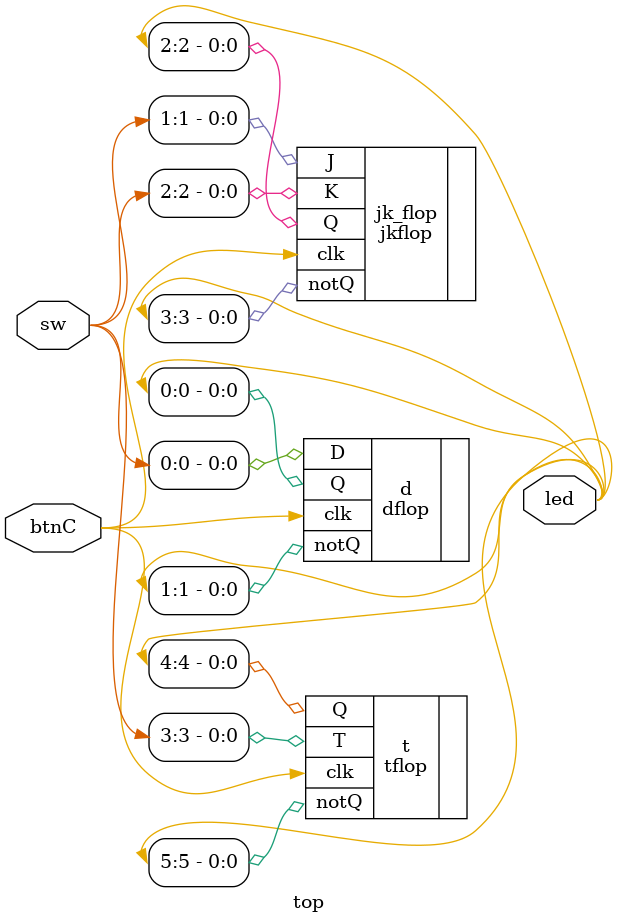
<source format=v>
module top(
    input[3:0] sw,
    input btnC,
    output [5:0] led
    );
    
    dflop d(
    .D(sw[0]),
    .clk(btnC),
    .Q(led[0]),
    .notQ(led[1])
    );
    
    jkflop jk_flop(
    .J(sw[1]),
    .K(sw[2]),
    .clk(btnC),
    .Q(led[2]),
    .notQ(led[3])
    );
    
    tflop t (
    .T(sw[3]),
    .clk(btnC),
    .Q(led[4]),
    .notQ(led[5])
    );
   
endmodule

</source>
